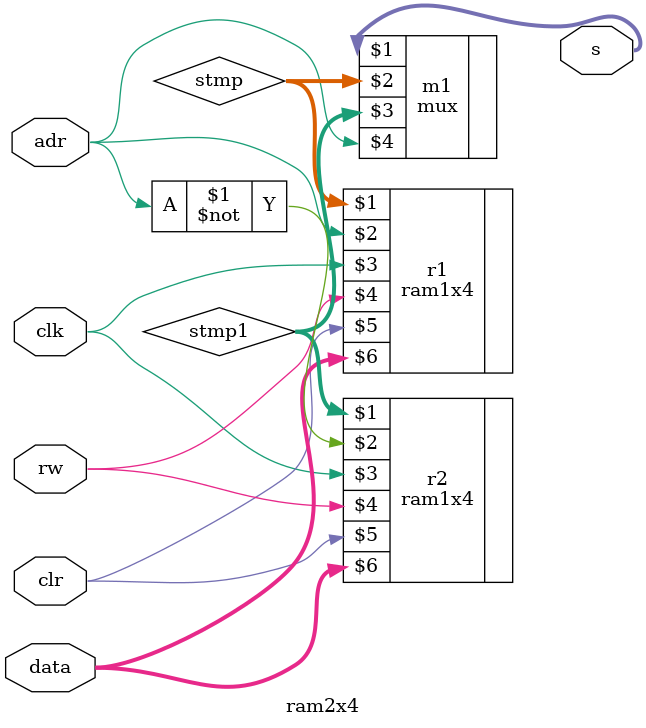
<source format=v>
`include "Ram1x4.v"
`include "mux.v"

module ram2x4(output [3:0] s,
input adr, input clk, input rw, input clr, input [3:0]data);
//reg [3:0] s;
wire [3:0] stmp;
wire [3:0] stmp1;

ram1x4 r1 (stmp, adr, clk, rw, clr, data);
ram1x4 r2 (stmp1, ~adr, clk, rw, clr, data);

mux m1 (s, stmp, stmp1, adr);

endmodule
</source>
